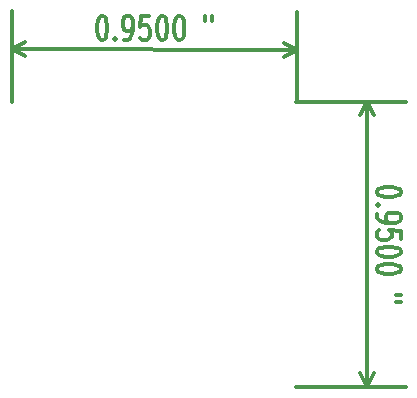
<source format=gbr>
G04 (created by PCBNEW-RS274X (2012-01-19 BZR 3256)-stable) date 6/12/2012 4:59:18 PM*
G01*
G70*
G90*
%MOIN*%
G04 Gerber Fmt 3.4, Leading zero omitted, Abs format*
%FSLAX34Y34*%
G04 APERTURE LIST*
%ADD10C,0.006000*%
%ADD11C,0.012000*%
G04 APERTURE END LIST*
G54D10*
G54D11*
X42986Y-37143D02*
X43043Y-37143D01*
X43100Y-37181D01*
X43129Y-37219D01*
X43158Y-37295D01*
X43185Y-37448D01*
X43185Y-37638D01*
X43157Y-37790D01*
X43128Y-37867D01*
X43099Y-37905D01*
X43041Y-37943D01*
X42984Y-37943D01*
X42928Y-37905D01*
X42899Y-37867D01*
X42871Y-37790D01*
X42842Y-37638D01*
X42842Y-37448D01*
X42872Y-37295D01*
X42900Y-37219D01*
X42929Y-37181D01*
X42986Y-37143D01*
X43442Y-37868D02*
X43470Y-37906D01*
X43441Y-37944D01*
X43413Y-37906D01*
X43442Y-37868D01*
X43441Y-37944D01*
X43755Y-37944D02*
X43870Y-37944D01*
X43928Y-37907D01*
X43956Y-37869D01*
X44014Y-37754D01*
X44042Y-37602D01*
X44043Y-37297D01*
X44015Y-37221D01*
X43986Y-37183D01*
X43929Y-37145D01*
X43815Y-37144D01*
X43757Y-37182D01*
X43729Y-37220D01*
X43700Y-37296D01*
X43699Y-37487D01*
X43728Y-37563D01*
X43756Y-37601D01*
X43814Y-37639D01*
X43928Y-37640D01*
X43985Y-37602D01*
X44014Y-37564D01*
X44042Y-37488D01*
X44586Y-37146D02*
X44300Y-37145D01*
X44270Y-37526D01*
X44299Y-37488D01*
X44356Y-37450D01*
X44499Y-37451D01*
X44556Y-37489D01*
X44585Y-37527D01*
X44613Y-37603D01*
X44613Y-37793D01*
X44585Y-37870D01*
X44556Y-37908D01*
X44498Y-37946D01*
X44355Y-37945D01*
X44299Y-37907D01*
X44270Y-37869D01*
X44985Y-37146D02*
X45042Y-37146D01*
X45099Y-37185D01*
X45128Y-37223D01*
X45157Y-37299D01*
X45184Y-37452D01*
X45184Y-37642D01*
X45156Y-37794D01*
X45127Y-37871D01*
X45098Y-37909D01*
X45040Y-37946D01*
X44983Y-37946D01*
X44927Y-37908D01*
X44898Y-37870D01*
X44870Y-37793D01*
X44841Y-37641D01*
X44841Y-37451D01*
X44871Y-37298D01*
X44899Y-37222D01*
X44928Y-37184D01*
X44985Y-37146D01*
X45556Y-37147D02*
X45613Y-37147D01*
X45670Y-37186D01*
X45699Y-37224D01*
X45728Y-37300D01*
X45755Y-37453D01*
X45755Y-37643D01*
X45727Y-37795D01*
X45698Y-37872D01*
X45668Y-37910D01*
X45611Y-37947D01*
X45554Y-37947D01*
X45497Y-37909D01*
X45469Y-37871D01*
X45441Y-37794D01*
X45412Y-37642D01*
X45412Y-37452D01*
X45442Y-37299D01*
X45470Y-37223D01*
X45499Y-37185D01*
X45556Y-37147D01*
X46441Y-37149D02*
X46441Y-37301D01*
X46670Y-37149D02*
X46670Y-37301D01*
X40004Y-38250D02*
X49504Y-38275D01*
X40000Y-40000D02*
X40007Y-36970D01*
X49500Y-40025D02*
X49507Y-36995D01*
X49504Y-38275D02*
X49060Y-38504D01*
X49504Y-38275D02*
X49062Y-38043D01*
X40004Y-38250D02*
X40446Y-38482D01*
X40004Y-38250D02*
X40448Y-38021D01*
X52965Y-42980D02*
X52965Y-43037D01*
X52927Y-43094D01*
X52889Y-43123D01*
X52813Y-43152D01*
X52660Y-43180D01*
X52470Y-43180D01*
X52318Y-43152D01*
X52241Y-43123D01*
X52203Y-43094D01*
X52165Y-43037D01*
X52165Y-42980D01*
X52203Y-42923D01*
X52241Y-42894D01*
X52318Y-42866D01*
X52470Y-42837D01*
X52660Y-42837D01*
X52813Y-42866D01*
X52889Y-42894D01*
X52927Y-42923D01*
X52965Y-42980D01*
X52241Y-43437D02*
X52203Y-43465D01*
X52165Y-43437D01*
X52203Y-43408D01*
X52241Y-43437D01*
X52165Y-43437D01*
X52165Y-43751D02*
X52165Y-43866D01*
X52203Y-43923D01*
X52241Y-43951D01*
X52356Y-44009D01*
X52508Y-44037D01*
X52813Y-44037D01*
X52889Y-44009D01*
X52927Y-43980D01*
X52965Y-43923D01*
X52965Y-43809D01*
X52927Y-43751D01*
X52889Y-43723D01*
X52813Y-43694D01*
X52622Y-43694D01*
X52546Y-43723D01*
X52508Y-43751D01*
X52470Y-43809D01*
X52470Y-43923D01*
X52508Y-43980D01*
X52546Y-44009D01*
X52622Y-44037D01*
X52965Y-44580D02*
X52965Y-44294D01*
X52584Y-44265D01*
X52622Y-44294D01*
X52660Y-44351D01*
X52660Y-44494D01*
X52622Y-44551D01*
X52584Y-44580D01*
X52508Y-44608D01*
X52318Y-44608D01*
X52241Y-44580D01*
X52203Y-44551D01*
X52165Y-44494D01*
X52165Y-44351D01*
X52203Y-44294D01*
X52241Y-44265D01*
X52965Y-44979D02*
X52965Y-45036D01*
X52927Y-45093D01*
X52889Y-45122D01*
X52813Y-45151D01*
X52660Y-45179D01*
X52470Y-45179D01*
X52318Y-45151D01*
X52241Y-45122D01*
X52203Y-45093D01*
X52165Y-45036D01*
X52165Y-44979D01*
X52203Y-44922D01*
X52241Y-44893D01*
X52318Y-44865D01*
X52470Y-44836D01*
X52660Y-44836D01*
X52813Y-44865D01*
X52889Y-44893D01*
X52927Y-44922D01*
X52965Y-44979D01*
X52965Y-45550D02*
X52965Y-45607D01*
X52927Y-45664D01*
X52889Y-45693D01*
X52813Y-45722D01*
X52660Y-45750D01*
X52470Y-45750D01*
X52318Y-45722D01*
X52241Y-45693D01*
X52203Y-45664D01*
X52165Y-45607D01*
X52165Y-45550D01*
X52203Y-45493D01*
X52241Y-45464D01*
X52318Y-45436D01*
X52470Y-45407D01*
X52660Y-45407D01*
X52813Y-45436D01*
X52889Y-45464D01*
X52927Y-45493D01*
X52965Y-45550D01*
X52965Y-46435D02*
X52813Y-46435D01*
X52965Y-46664D02*
X52813Y-46664D01*
X51849Y-40000D02*
X51849Y-49500D01*
X49475Y-40000D02*
X53129Y-40000D01*
X49475Y-49500D02*
X53129Y-49500D01*
X51849Y-49500D02*
X51619Y-49057D01*
X51849Y-49500D02*
X52079Y-49057D01*
X51849Y-40000D02*
X51619Y-40443D01*
X51849Y-40000D02*
X52079Y-40443D01*
M02*

</source>
